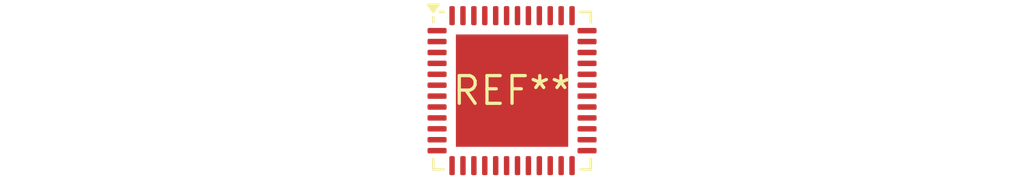
<source format=kicad_pcb>
(kicad_pcb (version 20240108) (generator pcbnew)
  (layers (0 "F.Cu" signal) (31 "B.Cu" signal) (34 "B.Paste" user) (35 "F.Paste" user) (36 "B.SilkS" user "B.Silkscreen") (37 "F.SilkS" user "F.Silkscreen") (38 "B.Mask" user) (39 "F.Mask" user) (44 "Edge.Cuts" user))
  (net 0 "")
  (footprint "VQFN-48-1EP_7x7mm_P0.5mm_EP5.15x5.15mm" (layer "F.Cu") (at 0 0)
    (property "Reference" "REF**")
    (property "Value" "VQFN-48-1EP_7x7mm_P0.5mm_EP5.15x5.15mm")
    (fp_line (start -3.61 -3.135) (end -3.61 -3.37) (layer "F.SilkS") (stroke (width 0.12)))
    (fp_line (start -3.61 3.61) (end -3.61 3.135) (layer "F.SilkS") (stroke (width 0.12)))
    (fp_line (start -3.135 -3.61) (end -3.31 -3.61) (layer "F.SilkS") (stroke (width 0.12)))
    (fp_line (start -3.135 3.61) (end -3.61 3.61) (layer "F.SilkS") (stroke (width 0.12)))
    (fp_line (start 3.135 -3.61) (end 3.61 -3.61) (layer "F.SilkS") (stroke (width 0.12)))
    (fp_line (start 3.135 3.61) (end 3.61 3.61) (layer "F.SilkS") (stroke (width 0.12)))
    (fp_line (start 3.61 -3.61) (end 3.61 -3.135) (layer "F.SilkS") (stroke (width 0.12)))
    (fp_line (start 3.61 3.61) (end 3.61 3.135) (layer "F.SilkS") (stroke (width 0.12)))
    (fp_poly (pts (xy -3.61 -3.61) (xy -3.85 -3.94) (xy -3.37 -3.94) (xy -3.61 -3.61)) (layer "F.SilkS") (stroke (width 0.12)) (fill solid))
    (pad "1" smd roundrect (at -3.4375 -2.75) (size 0.875 0.25) (layers "F.Cu" "F.Paste" "F.Mask"))
    (pad "2" smd roundrect (at -3.4375 -2.25) (size 0.875 0.25) (layers "F.Cu" "F.Paste" "F.Mask"))
    (pad "3" smd roundrect (at -3.4375 -1.75) (size 0.875 0.25) (layers "F.Cu" "F.Paste" "F.Mask"))
    (pad "4" smd roundrect (at -3.4375 -1.25) (size 0.875 0.25) (layers "F.Cu" "F.Paste" "F.Mask"))
    (pad "5" smd roundrect (at -3.4375 -0.75) (size 0.875 0.25) (layers "F.Cu" "F.Paste" "F.Mask"))
    (pad "6" smd roundrect (at -3.4375 -0.25) (size 0.875 0.25) (layers "F.Cu" "F.Paste" "F.Mask"))
    (pad "7" smd roundrect (at -3.4375 0.25) (size 0.875 0.25) (layers "F.Cu" "F.Paste" "F.Mask"))
    (pad "8" smd roundrect (at -3.4375 0.75) (size 0.875 0.25) (layers "F.Cu" "F.Paste" "F.Mask"))
    (pad "9" smd roundrect (at -3.4375 1.25) (size 0.875 0.25) (layers "F.Cu" "F.Paste" "F.Mask"))
    (pad "10" smd roundrect (at -3.4375 1.75) (size 0.875 0.25) (layers "F.Cu" "F.Paste" "F.Mask"))
    (pad "11" smd roundrect (at -3.4375 2.25) (size 0.875 0.25) (layers "F.Cu" "F.Paste" "F.Mask"))
    (pad "12" smd roundrect (at -3.4375 2.75) (size 0.875 0.25) (layers "F.Cu" "F.Paste" "F.Mask"))
    (pad "13" smd roundrect (at -2.75 3.4375) (size 0.25 0.875) (layers "F.Cu" "F.Paste" "F.Mask"))
    (pad "14" smd roundrect (at -2.25 3.4375) (size 0.25 0.875) (layers "F.Cu" "F.Paste" "F.Mask"))
    (pad "15" smd roundrect (at -1.75 3.4375) (size 0.25 0.875) (layers "F.Cu" "F.Paste" "F.Mask"))
    (pad "16" smd roundrect (at -1.25 3.4375) (size 0.25 0.875) (layers "F.Cu" "F.Paste" "F.Mask"))
    (pad "17" smd roundrect (at -0.75 3.4375) (size 0.25 0.875) (layers "F.Cu" "F.Paste" "F.Mask"))
    (pad "18" smd roundrect (at -0.25 3.4375) (size 0.25 0.875) (layers "F.Cu" "F.Paste" "F.Mask"))
    (pad "19" smd roundrect (at 0.25 3.4375) (size 0.25 0.875) (layers "F.Cu" "F.Paste" "F.Mask"))
    (pad "20" smd roundrect (at 0.75 3.4375) (size 0.25 0.875) (layers "F.Cu" "F.Paste" "F.Mask"))
    (pad "21" smd roundrect (at 1.25 3.4375) (size 0.25 0.875) (layers "F.Cu" "F.Paste" "F.Mask"))
    (pad "22" smd roundrect (at 1.75 3.4375) (size 0.25 0.875) (layers "F.Cu" "F.Paste" "F.Mask"))
    (pad "23" smd roundrect (at 2.25 3.4375) (size 0.25 0.875) (layers "F.Cu" "F.Paste" "F.Mask"))
    (pad "24" smd roundrect (at 2.75 3.4375) (size 0.25 0.875) (layers "F.Cu" "F.Paste" "F.Mask"))
    (pad "25" smd roundrect (at 3.4375 2.75) (size 0.875 0.25) (layers "F.Cu" "F.Paste" "F.Mask"))
    (pad "26" smd roundrect (at 3.4375 2.25) (size 0.875 0.25) (layers "F.Cu" "F.Paste" "F.Mask"))
    (pad "27" smd roundrect (at 3.4375 1.75) (size 0.875 0.25) (layers "F.Cu" "F.Paste" "F.Mask"))
    (pad "28" smd roundrect (at 3.4375 1.25) (size 0.875 0.25) (layers "F.Cu" "F.Paste" "F.Mask"))
    (pad "29" smd roundrect (at 3.4375 0.75) (size 0.875 0.25) (layers "F.Cu" "F.Paste" "F.Mask"))
    (pad "30" smd roundrect (at 3.4375 0.25) (size 0.875 0.25) (layers "F.Cu" "F.Paste" "F.Mask"))
    (pad "31" smd roundrect (at 3.4375 -0.25) (size 0.875 0.25) (layers "F.Cu" "F.Paste" "F.Mask"))
    (pad "32" smd roundrect (at 3.4375 -0.75) (size 0.875 0.25) (layers "F.Cu" "F.Paste" "F.Mask"))
    (pad "33" smd roundrect (at 3.4375 -1.25) (size 0.875 0.25) (layers "F.Cu" "F.Paste" "F.Mask"))
    (pad "34" smd roundrect (at 3.4375 -1.75) (size 0.875 0.25) (layers "F.Cu" "F.Paste" "F.Mask"))
    (pad "35" smd roundrect (at 3.4375 -2.25) (size 0.875 0.25) (layers "F.Cu" "F.Paste" "F.Mask"))
    (pad "36" smd roundrect (at 3.4375 -2.75) (size 0.875 0.25) (layers "F.Cu" "F.Paste" "F.Mask"))
    (pad "37" smd roundrect (at 2.75 -3.4375) (size 0.25 0.875) (layers "F.Cu" "F.Paste" "F.Mask"))
    (pad "38" smd roundrect (at 2.25 -3.4375) (size 0.25 0.875) (layers "F.Cu" "F.Paste" "F.Mask"))
    (pad "39" smd roundrect (at 1.75 -3.4375) (size 0.25 0.875) (layers "F.Cu" "F.Paste" "F.Mask"))
    (pad "40" smd roundrect (at 1.25 -3.4375) (size 0.25 0.875) (layers "F.Cu" "F.Paste" "F.Mask"))
    (pad "41" smd roundrect (at 0.75 -3.4375) (size 0.25 0.875) (layers "F.Cu" "F.Paste" "F.Mask"))
    (pad "42" smd roundrect (at 0.25 -3.4375) (size 0.25 0.875) (layers "F.Cu" "F.Paste" "F.Mask"))
    (pad "43" smd roundrect (at -0.25 -3.4375) (size 0.25 0.875) (layers "F.Cu" "F.Paste" "F.Mask"))
    (pad "44" smd roundrect (at -0.75 -3.4375) (size 0.25 0.875) (layers "F.Cu" "F.Paste" "F.Mask"))
    (pad "45" smd roundrect (at -1.25 -3.4375) (size 0.25 0.875) (layers "F.Cu" "F.Paste" "F.Mask"))
    (pad "46" smd roundrect (at -1.75 -3.4375) (size 0.25 0.875) (layers "F.Cu" "F.Paste" "F.Mask"))
    (pad "47" smd roundrect (at -2.25 -3.4375) (size 0.25 0.875) (layers "F.Cu" "F.Paste" "F.Mask"))
    (pad "48" smd roundrect (at -2.75 -3.4375) (size 0.25 0.875) (layers "F.Cu" "F.Paste" "F.Mask"))
    (pad "49" smd rect (at 0 0) (size 5.15 5.15) (property pad_prop_heatsink) (layers "F.Cu" "F.Mask"))
  )
)
</source>
